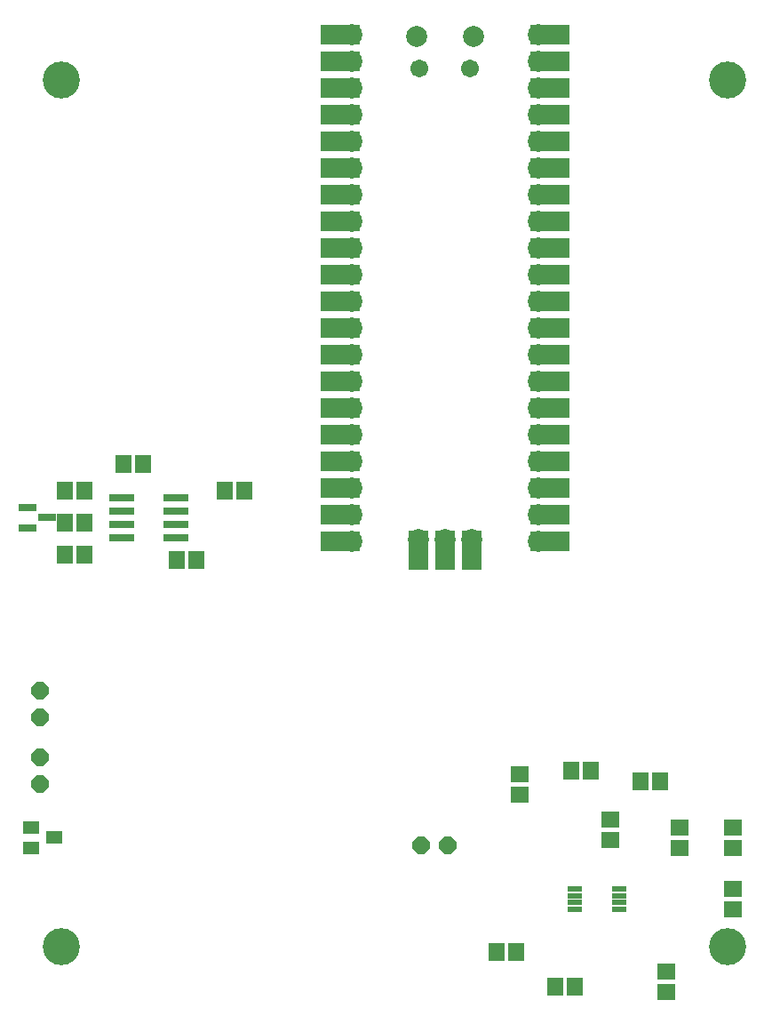
<source format=gts>
G04 EAGLE Gerber RS-274X export*
G75*
%MOMM*%
%FSLAX34Y34*%
%LPD*%
%INSoldermask Top*%
%IPPOS*%
%AMOC8*
5,1,8,0,0,1.08239X$1,22.5*%
G01*
%ADD10R,1.503200X1.703200*%
%ADD11R,1.703200X1.503200*%
%ADD12R,1.403200X0.503200*%
%ADD13P,1.803519X8X292.500000*%
%ADD14P,1.803519X8X202.500000*%
%ADD15P,1.803519X8X112.500000*%
%ADD16C,2.003200*%
%ADD17R,3.703200X1.903200*%
%ADD18C,1.703200*%
%ADD19R,1.903200X3.703200*%
%ADD20R,1.603200X1.203200*%
%ADD21R,2.403200X0.803200*%
%ADD22R,1.703200X0.803200*%
%ADD23C,3.530600*%


D10*
X549300Y231140D03*
X568300Y231140D03*
X553060Y25400D03*
X534060Y25400D03*
D11*
X703580Y99720D03*
X703580Y118720D03*
X652780Y177140D03*
X652780Y158140D03*
X640080Y39980D03*
X640080Y20980D03*
D12*
X595160Y118980D03*
X595160Y112480D03*
X595160Y105980D03*
X595160Y99480D03*
X552910Y99480D03*
X552910Y105980D03*
X552910Y112480D03*
X552910Y118980D03*
D13*
X43180Y243840D03*
X43180Y218440D03*
D14*
X431800Y160020D03*
X406400Y160020D03*
D15*
X43180Y281940D03*
X43180Y307340D03*
D11*
X500380Y227940D03*
X500380Y208940D03*
X586740Y184760D03*
X586740Y165760D03*
D10*
X634340Y220980D03*
X615340Y220980D03*
D11*
X703580Y177140D03*
X703580Y158140D03*
D10*
X497180Y58420D03*
X478180Y58420D03*
D16*
X340360Y932180D03*
X340360Y906780D03*
X340360Y779780D03*
X340360Y754380D03*
X340360Y881380D03*
X340360Y855980D03*
X340360Y805180D03*
X340360Y830580D03*
X340360Y728980D03*
X340360Y703580D03*
X340360Y678180D03*
X340360Y652780D03*
X340360Y627380D03*
X340360Y601980D03*
X340360Y576580D03*
X340360Y551180D03*
X340360Y525780D03*
X340360Y500380D03*
X340360Y474980D03*
X340360Y449580D03*
X518160Y449580D03*
X518160Y474980D03*
X518160Y500380D03*
X518160Y525780D03*
X518160Y551180D03*
X518160Y576580D03*
X518160Y601980D03*
X518160Y627380D03*
X518160Y652780D03*
X518160Y678180D03*
X518160Y703580D03*
X518160Y728980D03*
X518160Y754380D03*
X518160Y779780D03*
X518160Y805180D03*
X518160Y830580D03*
X518160Y855980D03*
X518160Y881380D03*
X518160Y906780D03*
X518160Y932180D03*
D17*
X329260Y932180D03*
X329260Y906780D03*
X329260Y881380D03*
X329260Y855980D03*
X329260Y830580D03*
X329260Y805180D03*
X329260Y779780D03*
X329260Y754380D03*
X329260Y728980D03*
X329260Y703580D03*
X329260Y678180D03*
X329260Y652780D03*
X329260Y627380D03*
X329260Y601980D03*
X329260Y576580D03*
X329260Y551180D03*
X329260Y525780D03*
X329260Y500380D03*
X329260Y474980D03*
X329260Y449580D03*
X529260Y449580D03*
X529260Y474980D03*
X529260Y500380D03*
X529260Y525780D03*
X529260Y551180D03*
X529260Y576580D03*
X529260Y601980D03*
X529260Y627380D03*
X529260Y652780D03*
X529260Y678180D03*
X529260Y703580D03*
X529260Y728980D03*
X529260Y754380D03*
X529260Y779780D03*
X529260Y805180D03*
X529260Y830580D03*
X529260Y855980D03*
X529260Y881380D03*
X529260Y906780D03*
X529260Y932180D03*
D16*
X402010Y930880D03*
X456510Y930880D03*
D18*
X405010Y900580D03*
X453510Y900580D03*
D16*
X403860Y451880D03*
X429260Y451880D03*
X454660Y451880D03*
D19*
X403860Y441630D03*
X429260Y441630D03*
X454660Y441630D03*
D20*
X56720Y167640D03*
X34720Y158140D03*
X34720Y177140D03*
D10*
X141580Y523240D03*
X122580Y523240D03*
X192380Y431800D03*
X173380Y431800D03*
D21*
X121320Y478790D03*
X173320Y478790D03*
X121320Y491490D03*
X121320Y466090D03*
X121320Y453390D03*
X173320Y491490D03*
X173320Y466090D03*
X173320Y453390D03*
D10*
X85700Y497840D03*
X66700Y497840D03*
X238100Y497840D03*
X219100Y497840D03*
D22*
X31140Y481940D03*
X31140Y462940D03*
X50140Y472440D03*
D10*
X66700Y436880D03*
X85700Y436880D03*
X85700Y467360D03*
X66700Y467360D03*
D23*
X698500Y63500D03*
X63500Y63500D03*
X63500Y889000D03*
X698500Y889000D03*
M02*

</source>
